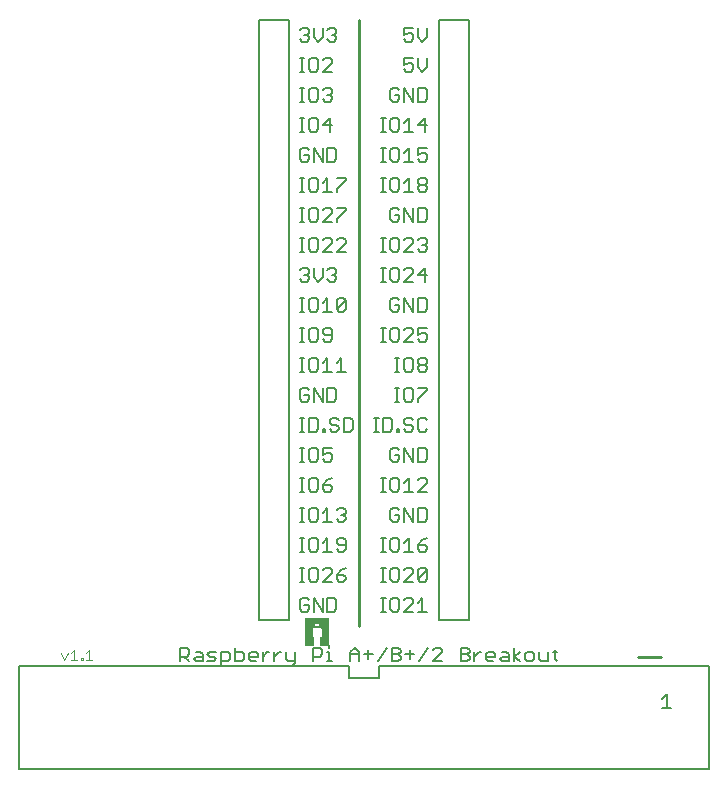
<source format=gto>
G75*
%MOIN*%
%OFA0B0*%
%FSLAX24Y24*%
%IPPOS*%
%LPD*%
%AMOC8*
5,1,8,0,0,1.08239X$1,22.5*
%
%ADD10C,0.0050*%
%ADD11C,0.0100*%
%ADD12C,0.0040*%
%ADD13C,0.0080*%
%ADD14C,0.0010*%
D10*
X005525Y003775D02*
X005525Y004225D01*
X005750Y004225D01*
X005825Y004150D01*
X005825Y004000D01*
X005750Y003925D01*
X005525Y003925D01*
X005675Y003925D02*
X005825Y003775D01*
X005985Y003850D02*
X006060Y003925D01*
X006286Y003925D01*
X006286Y004000D02*
X006286Y003775D01*
X006060Y003775D01*
X005985Y003850D01*
X006060Y004075D02*
X006211Y004075D01*
X006286Y004000D01*
X006446Y004000D02*
X006521Y004075D01*
X006746Y004075D01*
X006906Y004075D02*
X007131Y004075D01*
X007206Y004000D01*
X007206Y003850D01*
X007131Y003775D01*
X006906Y003775D01*
X006906Y003625D02*
X006906Y004075D01*
X006746Y003850D02*
X006671Y003925D01*
X006521Y003925D01*
X006446Y004000D01*
X006446Y003775D02*
X006671Y003775D01*
X006746Y003850D01*
X007367Y003775D02*
X007592Y003775D01*
X007667Y003850D01*
X007667Y004000D01*
X007592Y004075D01*
X007367Y004075D01*
X007367Y004225D02*
X007367Y003775D01*
X007827Y003850D02*
X007902Y003775D01*
X008052Y003775D01*
X008127Y003925D02*
X007827Y003925D01*
X007827Y003850D02*
X007827Y004000D01*
X007902Y004075D01*
X008052Y004075D01*
X008127Y004000D01*
X008127Y003925D01*
X008287Y003925D02*
X008437Y004075D01*
X008513Y004075D01*
X008671Y004075D02*
X008671Y003775D01*
X008671Y003925D02*
X008821Y004075D01*
X008896Y004075D01*
X009055Y004075D02*
X009055Y003850D01*
X009130Y003775D01*
X009355Y003775D01*
X009355Y003700D02*
X009280Y003625D01*
X009205Y003625D01*
X009355Y003700D02*
X009355Y004075D01*
X009975Y003925D02*
X010201Y003925D01*
X010276Y004000D01*
X010276Y004150D01*
X010201Y004225D01*
X009975Y004225D01*
X009975Y003775D01*
X010436Y003775D02*
X010586Y003775D01*
X010511Y003775D02*
X010511Y004075D01*
X010436Y004075D01*
X010511Y004225D02*
X010511Y004300D01*
X011203Y004075D02*
X011203Y003775D01*
X011203Y004000D02*
X011503Y004000D01*
X011503Y004075D02*
X011353Y004225D01*
X011203Y004075D01*
X011503Y004075D02*
X011503Y003775D01*
X011664Y004000D02*
X011964Y004000D01*
X011814Y004150D02*
X011814Y003850D01*
X012124Y003775D02*
X012424Y004225D01*
X012584Y004225D02*
X012810Y004225D01*
X012885Y004150D01*
X012885Y004075D01*
X012810Y004000D01*
X012584Y004000D01*
X012584Y003775D02*
X012810Y003775D01*
X012885Y003850D01*
X012885Y003925D01*
X012810Y004000D01*
X013045Y004000D02*
X013345Y004000D01*
X013195Y004150D02*
X013195Y003850D01*
X013505Y003775D02*
X013805Y004225D01*
X013966Y004150D02*
X014041Y004225D01*
X014191Y004225D01*
X014266Y004150D01*
X014266Y004075D01*
X013966Y003775D01*
X014266Y003775D01*
X014886Y003775D02*
X014886Y004225D01*
X015112Y004225D01*
X015187Y004150D01*
X015187Y004075D01*
X015112Y004000D01*
X014886Y004000D01*
X014886Y003775D02*
X015112Y003775D01*
X015187Y003850D01*
X015187Y003925D01*
X015112Y004000D01*
X015347Y003925D02*
X015497Y004075D01*
X015572Y004075D01*
X015730Y004000D02*
X015805Y004075D01*
X015956Y004075D01*
X016031Y004000D01*
X016031Y003925D01*
X015730Y003925D01*
X015730Y003850D02*
X015730Y004000D01*
X015730Y003850D02*
X015805Y003775D01*
X015956Y003775D01*
X016191Y003850D02*
X016266Y003925D01*
X016491Y003925D01*
X016491Y004000D02*
X016491Y003775D01*
X016266Y003775D01*
X016191Y003850D01*
X016266Y004075D02*
X016416Y004075D01*
X016491Y004000D01*
X016651Y003925D02*
X016876Y004075D01*
X017035Y004000D02*
X017035Y003850D01*
X017110Y003775D01*
X017260Y003775D01*
X017335Y003850D01*
X017335Y004000D01*
X017260Y004075D01*
X017110Y004075D01*
X017035Y004000D01*
X016876Y003775D02*
X016651Y003925D01*
X016651Y003775D02*
X016651Y004225D01*
X017495Y004075D02*
X017495Y003850D01*
X017570Y003775D01*
X017795Y003775D01*
X017795Y004075D01*
X017956Y004075D02*
X018106Y004075D01*
X018031Y004150D02*
X018031Y003850D01*
X018106Y003775D01*
X015347Y003775D02*
X015347Y004075D01*
X013765Y005425D02*
X013465Y005425D01*
X013615Y005425D02*
X013615Y005875D01*
X013465Y005725D01*
X013304Y005725D02*
X013304Y005800D01*
X013229Y005875D01*
X013079Y005875D01*
X013004Y005800D01*
X012844Y005800D02*
X012769Y005875D01*
X012619Y005875D01*
X012544Y005800D01*
X012544Y005500D01*
X012619Y005425D01*
X012769Y005425D01*
X012844Y005500D01*
X012844Y005800D01*
X013004Y005425D02*
X013304Y005725D01*
X013304Y005425D02*
X013004Y005425D01*
X012387Y005425D02*
X012237Y005425D01*
X012312Y005425D02*
X012312Y005875D01*
X012237Y005875D02*
X012387Y005875D01*
X012387Y006425D02*
X012237Y006425D01*
X012312Y006425D02*
X012312Y006875D01*
X012237Y006875D02*
X012387Y006875D01*
X012544Y006800D02*
X012544Y006500D01*
X012619Y006425D01*
X012769Y006425D01*
X012844Y006500D01*
X012844Y006800D01*
X012769Y006875D01*
X012619Y006875D01*
X012544Y006800D01*
X013004Y006800D02*
X013079Y006875D01*
X013229Y006875D01*
X013304Y006800D01*
X013304Y006725D01*
X013004Y006425D01*
X013304Y006425D01*
X013465Y006500D02*
X013765Y006800D01*
X013765Y006500D01*
X013690Y006425D01*
X013540Y006425D01*
X013465Y006500D01*
X013465Y006800D01*
X013540Y006875D01*
X013690Y006875D01*
X013765Y006800D01*
X013690Y007425D02*
X013765Y007500D01*
X013765Y007575D01*
X013690Y007650D01*
X013465Y007650D01*
X013465Y007500D01*
X013540Y007425D01*
X013690Y007425D01*
X013465Y007650D02*
X013615Y007800D01*
X013765Y007875D01*
X013690Y008425D02*
X013465Y008425D01*
X013465Y008875D01*
X013690Y008875D01*
X013765Y008800D01*
X013765Y008500D01*
X013690Y008425D01*
X013304Y008425D02*
X013304Y008875D01*
X013004Y008875D02*
X013004Y008425D01*
X012844Y008500D02*
X012844Y008650D01*
X012694Y008650D01*
X012844Y008500D02*
X012769Y008425D01*
X012619Y008425D01*
X012544Y008500D01*
X012544Y008800D01*
X012619Y008875D01*
X012769Y008875D01*
X012844Y008800D01*
X013004Y008875D02*
X013304Y008425D01*
X013154Y007875D02*
X013154Y007425D01*
X013004Y007425D02*
X013304Y007425D01*
X013004Y007725D02*
X013154Y007875D01*
X012844Y007800D02*
X012769Y007875D01*
X012619Y007875D01*
X012544Y007800D01*
X012544Y007500D01*
X012619Y007425D01*
X012769Y007425D01*
X012844Y007500D01*
X012844Y007800D01*
X012387Y007875D02*
X012237Y007875D01*
X012312Y007875D02*
X012312Y007425D01*
X012237Y007425D02*
X012387Y007425D01*
X011053Y007500D02*
X011053Y007800D01*
X010978Y007875D01*
X010828Y007875D01*
X010753Y007800D01*
X010753Y007725D01*
X010828Y007650D01*
X011053Y007650D01*
X011053Y007500D02*
X010978Y007425D01*
X010828Y007425D01*
X010753Y007500D01*
X010593Y007425D02*
X010292Y007425D01*
X010442Y007425D02*
X010442Y007875D01*
X010292Y007725D01*
X010132Y007800D02*
X010132Y007500D01*
X010057Y007425D01*
X009907Y007425D01*
X009832Y007500D01*
X009832Y007800D01*
X009907Y007875D01*
X010057Y007875D01*
X010132Y007800D01*
X009675Y007875D02*
X009525Y007875D01*
X009600Y007875D02*
X009600Y007425D01*
X009525Y007425D02*
X009675Y007425D01*
X009675Y006875D02*
X009525Y006875D01*
X009600Y006875D02*
X009600Y006425D01*
X009525Y006425D02*
X009675Y006425D01*
X009832Y006500D02*
X009832Y006800D01*
X009907Y006875D01*
X010057Y006875D01*
X010132Y006800D01*
X010132Y006500D01*
X010057Y006425D01*
X009907Y006425D01*
X009832Y006500D01*
X010292Y006425D02*
X010593Y006725D01*
X010593Y006800D01*
X010518Y006875D01*
X010367Y006875D01*
X010292Y006800D01*
X010292Y006425D02*
X010593Y006425D01*
X010753Y006500D02*
X010753Y006650D01*
X010978Y006650D01*
X011053Y006575D01*
X011053Y006500D01*
X010978Y006425D01*
X010828Y006425D01*
X010753Y006500D01*
X010753Y006650D02*
X010903Y006800D01*
X011053Y006875D01*
X010671Y005875D02*
X010446Y005875D01*
X010446Y005425D01*
X010671Y005425D01*
X010746Y005500D01*
X010746Y005800D01*
X010671Y005875D01*
X010286Y005875D02*
X010286Y005425D01*
X009985Y005875D01*
X009985Y005425D01*
X009825Y005500D02*
X009825Y005650D01*
X009675Y005650D01*
X009525Y005500D02*
X009600Y005425D01*
X009750Y005425D01*
X009825Y005500D01*
X009825Y005800D02*
X009750Y005875D01*
X009600Y005875D01*
X009525Y005800D01*
X009525Y005500D01*
X008287Y004075D02*
X008287Y003775D01*
X012584Y003775D02*
X012584Y004225D01*
X010978Y008425D02*
X010828Y008425D01*
X010753Y008500D01*
X010593Y008425D02*
X010292Y008425D01*
X010442Y008425D02*
X010442Y008875D01*
X010292Y008725D01*
X010132Y008800D02*
X010132Y008500D01*
X010057Y008425D01*
X009907Y008425D01*
X009832Y008500D01*
X009832Y008800D01*
X009907Y008875D01*
X010057Y008875D01*
X010132Y008800D01*
X009675Y008875D02*
X009525Y008875D01*
X009600Y008875D02*
X009600Y008425D01*
X009525Y008425D02*
X009675Y008425D01*
X009675Y009425D02*
X009525Y009425D01*
X009600Y009425D02*
X009600Y009875D01*
X009525Y009875D02*
X009675Y009875D01*
X009832Y009800D02*
X009832Y009500D01*
X009907Y009425D01*
X010057Y009425D01*
X010132Y009500D01*
X010132Y009800D01*
X010057Y009875D01*
X009907Y009875D01*
X009832Y009800D01*
X010292Y009650D02*
X010292Y009500D01*
X010367Y009425D01*
X010518Y009425D01*
X010593Y009500D01*
X010593Y009575D01*
X010518Y009650D01*
X010292Y009650D01*
X010442Y009800D01*
X010593Y009875D01*
X010518Y010425D02*
X010367Y010425D01*
X010292Y010500D01*
X010292Y010650D02*
X010442Y010725D01*
X010518Y010725D01*
X010593Y010650D01*
X010593Y010500D01*
X010518Y010425D01*
X010292Y010650D02*
X010292Y010875D01*
X010593Y010875D01*
X010132Y010800D02*
X010132Y010500D01*
X010057Y010425D01*
X009907Y010425D01*
X009832Y010500D01*
X009832Y010800D01*
X009907Y010875D01*
X010057Y010875D01*
X010132Y010800D01*
X009675Y010875D02*
X009525Y010875D01*
X009600Y010875D02*
X009600Y010425D01*
X009525Y010425D02*
X009675Y010425D01*
X009675Y011425D02*
X009525Y011425D01*
X009600Y011425D02*
X009600Y011875D01*
X009525Y011875D02*
X009675Y011875D01*
X009832Y011875D02*
X009832Y011425D01*
X010057Y011425D01*
X010132Y011500D01*
X010132Y011800D01*
X010057Y011875D01*
X009832Y011875D01*
X010292Y011500D02*
X010367Y011500D01*
X010367Y011425D01*
X010292Y011425D01*
X010292Y011500D01*
X010523Y011500D02*
X010598Y011425D01*
X010748Y011425D01*
X010823Y011500D01*
X010823Y011575D01*
X010748Y011650D01*
X010598Y011650D01*
X010523Y011725D01*
X010523Y011800D01*
X010598Y011875D01*
X010748Y011875D01*
X010823Y011800D01*
X010983Y011875D02*
X010983Y011425D01*
X011208Y011425D01*
X011283Y011500D01*
X011283Y011800D01*
X011208Y011875D01*
X010983Y011875D01*
X010671Y012425D02*
X010446Y012425D01*
X010446Y012875D01*
X010671Y012875D01*
X010746Y012800D01*
X010746Y012500D01*
X010671Y012425D01*
X010286Y012425D02*
X010286Y012875D01*
X009985Y012875D02*
X010286Y012425D01*
X009985Y012425D02*
X009985Y012875D01*
X009825Y012800D02*
X009750Y012875D01*
X009600Y012875D01*
X009525Y012800D01*
X009525Y012500D01*
X009600Y012425D01*
X009750Y012425D01*
X009825Y012500D01*
X009825Y012650D01*
X009675Y012650D01*
X009675Y013425D02*
X009525Y013425D01*
X009600Y013425D02*
X009600Y013875D01*
X009525Y013875D02*
X009675Y013875D01*
X009832Y013800D02*
X009832Y013500D01*
X009907Y013425D01*
X010057Y013425D01*
X010132Y013500D01*
X010132Y013800D01*
X010057Y013875D01*
X009907Y013875D01*
X009832Y013800D01*
X010292Y013725D02*
X010442Y013875D01*
X010442Y013425D01*
X010292Y013425D02*
X010593Y013425D01*
X010753Y013425D02*
X011053Y013425D01*
X010903Y013425D02*
X010903Y013875D01*
X010753Y013725D01*
X010518Y014425D02*
X010367Y014425D01*
X010292Y014500D01*
X010132Y014500D02*
X010132Y014800D01*
X010057Y014875D01*
X009907Y014875D01*
X009832Y014800D01*
X009832Y014500D01*
X009907Y014425D01*
X010057Y014425D01*
X010132Y014500D01*
X010292Y014725D02*
X010367Y014650D01*
X010593Y014650D01*
X010593Y014500D02*
X010593Y014800D01*
X010518Y014875D01*
X010367Y014875D01*
X010292Y014800D01*
X010292Y014725D01*
X010518Y014425D02*
X010593Y014500D01*
X010593Y015425D02*
X010292Y015425D01*
X010442Y015425D02*
X010442Y015875D01*
X010292Y015725D01*
X010132Y015800D02*
X010132Y015500D01*
X010057Y015425D01*
X009907Y015425D01*
X009832Y015500D01*
X009832Y015800D01*
X009907Y015875D01*
X010057Y015875D01*
X010132Y015800D01*
X009675Y015875D02*
X009525Y015875D01*
X009600Y015875D02*
X009600Y015425D01*
X009525Y015425D02*
X009675Y015425D01*
X009675Y014875D02*
X009525Y014875D01*
X009600Y014875D02*
X009600Y014425D01*
X009525Y014425D02*
X009675Y014425D01*
X010753Y015500D02*
X010753Y015800D01*
X010828Y015875D01*
X010978Y015875D01*
X011053Y015800D01*
X010753Y015500D01*
X010828Y015425D01*
X010978Y015425D01*
X011053Y015500D01*
X011053Y015800D01*
X010671Y016425D02*
X010521Y016425D01*
X010446Y016500D01*
X010286Y016575D02*
X010286Y016875D01*
X010446Y016800D02*
X010521Y016875D01*
X010671Y016875D01*
X010746Y016800D01*
X010746Y016725D01*
X010671Y016650D01*
X010746Y016575D01*
X010746Y016500D01*
X010671Y016425D01*
X010671Y016650D02*
X010596Y016650D01*
X010286Y016575D02*
X010136Y016425D01*
X009985Y016575D01*
X009985Y016875D01*
X009825Y016800D02*
X009825Y016725D01*
X009750Y016650D01*
X009825Y016575D01*
X009825Y016500D01*
X009750Y016425D01*
X009600Y016425D01*
X009525Y016500D01*
X009675Y016650D02*
X009750Y016650D01*
X009825Y016800D02*
X009750Y016875D01*
X009600Y016875D01*
X009525Y016800D01*
X009525Y017425D02*
X009675Y017425D01*
X009600Y017425D02*
X009600Y017875D01*
X009525Y017875D02*
X009675Y017875D01*
X009832Y017800D02*
X009832Y017500D01*
X009907Y017425D01*
X010057Y017425D01*
X010132Y017500D01*
X010132Y017800D01*
X010057Y017875D01*
X009907Y017875D01*
X009832Y017800D01*
X010292Y017800D02*
X010367Y017875D01*
X010518Y017875D01*
X010593Y017800D01*
X010593Y017725D01*
X010292Y017425D01*
X010593Y017425D01*
X010753Y017425D02*
X011053Y017725D01*
X011053Y017800D01*
X010978Y017875D01*
X010828Y017875D01*
X010753Y017800D01*
X010753Y017425D02*
X011053Y017425D01*
X010753Y018425D02*
X010753Y018500D01*
X011053Y018800D01*
X011053Y018875D01*
X010753Y018875D01*
X010593Y018800D02*
X010518Y018875D01*
X010367Y018875D01*
X010292Y018800D01*
X010132Y018800D02*
X010132Y018500D01*
X010057Y018425D01*
X009907Y018425D01*
X009832Y018500D01*
X009832Y018800D01*
X009907Y018875D01*
X010057Y018875D01*
X010132Y018800D01*
X010292Y018425D02*
X010593Y018725D01*
X010593Y018800D01*
X010593Y018425D02*
X010292Y018425D01*
X009675Y018425D02*
X009525Y018425D01*
X009600Y018425D02*
X009600Y018875D01*
X009525Y018875D02*
X009675Y018875D01*
X009675Y019425D02*
X009525Y019425D01*
X009600Y019425D02*
X009600Y019875D01*
X009525Y019875D02*
X009675Y019875D01*
X009832Y019800D02*
X009832Y019500D01*
X009907Y019425D01*
X010057Y019425D01*
X010132Y019500D01*
X010132Y019800D01*
X010057Y019875D01*
X009907Y019875D01*
X009832Y019800D01*
X010292Y019725D02*
X010442Y019875D01*
X010442Y019425D01*
X010292Y019425D02*
X010593Y019425D01*
X010753Y019425D02*
X010753Y019500D01*
X011053Y019800D01*
X011053Y019875D01*
X010753Y019875D01*
X010671Y020425D02*
X010446Y020425D01*
X010446Y020875D01*
X010671Y020875D01*
X010746Y020800D01*
X010746Y020500D01*
X010671Y020425D01*
X010286Y020425D02*
X010286Y020875D01*
X009985Y020875D02*
X009985Y020425D01*
X009825Y020500D02*
X009825Y020650D01*
X009675Y020650D01*
X009525Y020800D02*
X009525Y020500D01*
X009600Y020425D01*
X009750Y020425D01*
X009825Y020500D01*
X009825Y020800D02*
X009750Y020875D01*
X009600Y020875D01*
X009525Y020800D01*
X009985Y020875D02*
X010286Y020425D01*
X010057Y021425D02*
X009907Y021425D01*
X009832Y021500D01*
X009832Y021800D01*
X009907Y021875D01*
X010057Y021875D01*
X010132Y021800D01*
X010132Y021500D01*
X010057Y021425D01*
X010292Y021650D02*
X010593Y021650D01*
X010518Y021425D02*
X010518Y021875D01*
X010292Y021650D01*
X009675Y021425D02*
X009525Y021425D01*
X009600Y021425D02*
X009600Y021875D01*
X009525Y021875D02*
X009675Y021875D01*
X009675Y022425D02*
X009525Y022425D01*
X009600Y022425D02*
X009600Y022875D01*
X009525Y022875D02*
X009675Y022875D01*
X009832Y022800D02*
X009832Y022500D01*
X009907Y022425D01*
X010057Y022425D01*
X010132Y022500D01*
X010132Y022800D01*
X010057Y022875D01*
X009907Y022875D01*
X009832Y022800D01*
X010292Y022800D02*
X010367Y022875D01*
X010518Y022875D01*
X010593Y022800D01*
X010593Y022725D01*
X010518Y022650D01*
X010593Y022575D01*
X010593Y022500D01*
X010518Y022425D01*
X010367Y022425D01*
X010292Y022500D01*
X010442Y022650D02*
X010518Y022650D01*
X010593Y023425D02*
X010292Y023425D01*
X010593Y023725D01*
X010593Y023800D01*
X010518Y023875D01*
X010367Y023875D01*
X010292Y023800D01*
X010132Y023800D02*
X010057Y023875D01*
X009907Y023875D01*
X009832Y023800D01*
X009832Y023500D01*
X009907Y023425D01*
X010057Y023425D01*
X010132Y023500D01*
X010132Y023800D01*
X009675Y023875D02*
X009525Y023875D01*
X009600Y023875D02*
X009600Y023425D01*
X009525Y023425D02*
X009675Y023425D01*
X009600Y024425D02*
X009525Y024500D01*
X009600Y024425D02*
X009750Y024425D01*
X009825Y024500D01*
X009825Y024575D01*
X009750Y024650D01*
X009675Y024650D01*
X009750Y024650D02*
X009825Y024725D01*
X009825Y024800D01*
X009750Y024875D01*
X009600Y024875D01*
X009525Y024800D01*
X009985Y024875D02*
X009985Y024575D01*
X010136Y024425D01*
X010286Y024575D01*
X010286Y024875D01*
X010446Y024800D02*
X010521Y024875D01*
X010671Y024875D01*
X010746Y024800D01*
X010746Y024725D01*
X010671Y024650D01*
X010746Y024575D01*
X010746Y024500D01*
X010671Y024425D01*
X010521Y024425D01*
X010446Y024500D01*
X010596Y024650D02*
X010671Y024650D01*
X012544Y022800D02*
X012544Y022500D01*
X012619Y022425D01*
X012769Y022425D01*
X012844Y022500D01*
X012844Y022650D01*
X012694Y022650D01*
X012844Y022800D02*
X012769Y022875D01*
X012619Y022875D01*
X012544Y022800D01*
X013004Y022875D02*
X013004Y022425D01*
X013304Y022425D02*
X013004Y022875D01*
X013304Y022875D02*
X013304Y022425D01*
X013465Y022425D02*
X013690Y022425D01*
X013765Y022500D01*
X013765Y022800D01*
X013690Y022875D01*
X013465Y022875D01*
X013465Y022425D01*
X013690Y021875D02*
X013465Y021650D01*
X013765Y021650D01*
X013690Y021425D02*
X013690Y021875D01*
X013154Y021875D02*
X013154Y021425D01*
X013004Y021425D02*
X013304Y021425D01*
X013004Y021725D02*
X013154Y021875D01*
X012844Y021800D02*
X012769Y021875D01*
X012619Y021875D01*
X012544Y021800D01*
X012544Y021500D01*
X012619Y021425D01*
X012769Y021425D01*
X012844Y021500D01*
X012844Y021800D01*
X012387Y021875D02*
X012237Y021875D01*
X012312Y021875D02*
X012312Y021425D01*
X012237Y021425D02*
X012387Y021425D01*
X012387Y020875D02*
X012237Y020875D01*
X012312Y020875D02*
X012312Y020425D01*
X012237Y020425D02*
X012387Y020425D01*
X012544Y020500D02*
X012619Y020425D01*
X012769Y020425D01*
X012844Y020500D01*
X012844Y020800D01*
X012769Y020875D01*
X012619Y020875D01*
X012544Y020800D01*
X012544Y020500D01*
X013004Y020425D02*
X013304Y020425D01*
X013154Y020425D02*
X013154Y020875D01*
X013004Y020725D01*
X013465Y020650D02*
X013615Y020725D01*
X013690Y020725D01*
X013765Y020650D01*
X013765Y020500D01*
X013690Y020425D01*
X013540Y020425D01*
X013465Y020500D01*
X013465Y020650D02*
X013465Y020875D01*
X013765Y020875D01*
X013690Y019875D02*
X013765Y019800D01*
X013765Y019725D01*
X013690Y019650D01*
X013540Y019650D01*
X013465Y019725D01*
X013465Y019800D01*
X013540Y019875D01*
X013690Y019875D01*
X013690Y019650D02*
X013765Y019575D01*
X013765Y019500D01*
X013690Y019425D01*
X013540Y019425D01*
X013465Y019500D01*
X013465Y019575D01*
X013540Y019650D01*
X013304Y019425D02*
X013004Y019425D01*
X013154Y019425D02*
X013154Y019875D01*
X013004Y019725D01*
X012844Y019800D02*
X012844Y019500D01*
X012769Y019425D01*
X012619Y019425D01*
X012544Y019500D01*
X012544Y019800D01*
X012619Y019875D01*
X012769Y019875D01*
X012844Y019800D01*
X012387Y019875D02*
X012237Y019875D01*
X012312Y019875D02*
X012312Y019425D01*
X012237Y019425D02*
X012387Y019425D01*
X012619Y018875D02*
X012544Y018800D01*
X012544Y018500D01*
X012619Y018425D01*
X012769Y018425D01*
X012844Y018500D01*
X012844Y018650D01*
X012694Y018650D01*
X012844Y018800D02*
X012769Y018875D01*
X012619Y018875D01*
X013004Y018875D02*
X013304Y018425D01*
X013304Y018875D01*
X013465Y018875D02*
X013690Y018875D01*
X013765Y018800D01*
X013765Y018500D01*
X013690Y018425D01*
X013465Y018425D01*
X013465Y018875D01*
X013004Y018875D02*
X013004Y018425D01*
X013079Y017875D02*
X013004Y017800D01*
X013079Y017875D02*
X013229Y017875D01*
X013304Y017800D01*
X013304Y017725D01*
X013004Y017425D01*
X013304Y017425D01*
X013465Y017500D02*
X013540Y017425D01*
X013690Y017425D01*
X013765Y017500D01*
X013765Y017575D01*
X013690Y017650D01*
X013615Y017650D01*
X013690Y017650D02*
X013765Y017725D01*
X013765Y017800D01*
X013690Y017875D01*
X013540Y017875D01*
X013465Y017800D01*
X012844Y017800D02*
X012844Y017500D01*
X012769Y017425D01*
X012619Y017425D01*
X012544Y017500D01*
X012544Y017800D01*
X012619Y017875D01*
X012769Y017875D01*
X012844Y017800D01*
X012387Y017875D02*
X012237Y017875D01*
X012312Y017875D02*
X012312Y017425D01*
X012237Y017425D02*
X012387Y017425D01*
X012387Y016875D02*
X012237Y016875D01*
X012312Y016875D02*
X012312Y016425D01*
X012237Y016425D02*
X012387Y016425D01*
X012544Y016500D02*
X012619Y016425D01*
X012769Y016425D01*
X012844Y016500D01*
X012844Y016800D01*
X012769Y016875D01*
X012619Y016875D01*
X012544Y016800D01*
X012544Y016500D01*
X013004Y016425D02*
X013304Y016725D01*
X013304Y016800D01*
X013229Y016875D01*
X013079Y016875D01*
X013004Y016800D01*
X013004Y016425D02*
X013304Y016425D01*
X013465Y016650D02*
X013765Y016650D01*
X013690Y016425D02*
X013690Y016875D01*
X013465Y016650D01*
X013465Y015875D02*
X013690Y015875D01*
X013765Y015800D01*
X013765Y015500D01*
X013690Y015425D01*
X013465Y015425D01*
X013465Y015875D01*
X013304Y015875D02*
X013304Y015425D01*
X013004Y015875D01*
X013004Y015425D01*
X012844Y015500D02*
X012844Y015650D01*
X012694Y015650D01*
X012844Y015500D02*
X012769Y015425D01*
X012619Y015425D01*
X012544Y015500D01*
X012544Y015800D01*
X012619Y015875D01*
X012769Y015875D01*
X012844Y015800D01*
X012769Y014875D02*
X012844Y014800D01*
X012844Y014500D01*
X012769Y014425D01*
X012619Y014425D01*
X012544Y014500D01*
X012544Y014800D01*
X012619Y014875D01*
X012769Y014875D01*
X013004Y014800D02*
X013079Y014875D01*
X013229Y014875D01*
X013304Y014800D01*
X013304Y014725D01*
X013004Y014425D01*
X013304Y014425D01*
X013465Y014500D02*
X013540Y014425D01*
X013690Y014425D01*
X013765Y014500D01*
X013765Y014650D01*
X013690Y014725D01*
X013615Y014725D01*
X013465Y014650D01*
X013465Y014875D01*
X013765Y014875D01*
X013690Y013875D02*
X013765Y013800D01*
X013765Y013725D01*
X013690Y013650D01*
X013540Y013650D01*
X013465Y013725D01*
X013465Y013800D01*
X013540Y013875D01*
X013690Y013875D01*
X013690Y013650D02*
X013765Y013575D01*
X013765Y013500D01*
X013690Y013425D01*
X013540Y013425D01*
X013465Y013500D01*
X013465Y013575D01*
X013540Y013650D01*
X013304Y013500D02*
X013304Y013800D01*
X013229Y013875D01*
X013079Y013875D01*
X013004Y013800D01*
X013004Y013500D01*
X013079Y013425D01*
X013229Y013425D01*
X013304Y013500D01*
X012847Y013425D02*
X012697Y013425D01*
X012772Y013425D02*
X012772Y013875D01*
X012697Y013875D02*
X012847Y013875D01*
X012387Y014425D02*
X012237Y014425D01*
X012312Y014425D02*
X012312Y014875D01*
X012237Y014875D02*
X012387Y014875D01*
X012697Y012875D02*
X012847Y012875D01*
X012772Y012875D02*
X012772Y012425D01*
X012697Y012425D02*
X012847Y012425D01*
X013004Y012500D02*
X013079Y012425D01*
X013229Y012425D01*
X013304Y012500D01*
X013304Y012800D01*
X013229Y012875D01*
X013079Y012875D01*
X013004Y012800D01*
X013004Y012500D01*
X013465Y012500D02*
X013465Y012425D01*
X013465Y012500D02*
X013765Y012800D01*
X013765Y012875D01*
X013465Y012875D01*
X013540Y011875D02*
X013465Y011800D01*
X013465Y011500D01*
X013540Y011425D01*
X013690Y011425D01*
X013765Y011500D01*
X013765Y011800D02*
X013690Y011875D01*
X013540Y011875D01*
X013304Y011800D02*
X013229Y011875D01*
X013079Y011875D01*
X013004Y011800D01*
X013004Y011725D01*
X013079Y011650D01*
X013229Y011650D01*
X013304Y011575D01*
X013304Y011500D01*
X013229Y011425D01*
X013079Y011425D01*
X013004Y011500D01*
X012849Y011500D02*
X012849Y011425D01*
X012774Y011425D01*
X012774Y011500D01*
X012849Y011500D01*
X012614Y011500D02*
X012614Y011800D01*
X012539Y011875D01*
X012314Y011875D01*
X012314Y011425D01*
X012539Y011425D01*
X012614Y011500D01*
X012157Y011425D02*
X012007Y011425D01*
X012082Y011425D02*
X012082Y011875D01*
X012007Y011875D02*
X012157Y011875D01*
X012619Y010875D02*
X012544Y010800D01*
X012544Y010500D01*
X012619Y010425D01*
X012769Y010425D01*
X012844Y010500D01*
X012844Y010650D01*
X012694Y010650D01*
X012844Y010800D02*
X012769Y010875D01*
X012619Y010875D01*
X013004Y010875D02*
X013004Y010425D01*
X013304Y010425D02*
X013004Y010875D01*
X013304Y010875D02*
X013304Y010425D01*
X013465Y010425D02*
X013690Y010425D01*
X013765Y010500D01*
X013765Y010800D01*
X013690Y010875D01*
X013465Y010875D01*
X013465Y010425D01*
X013540Y009875D02*
X013465Y009800D01*
X013540Y009875D02*
X013690Y009875D01*
X013765Y009800D01*
X013765Y009725D01*
X013465Y009425D01*
X013765Y009425D01*
X013304Y009425D02*
X013004Y009425D01*
X013154Y009425D02*
X013154Y009875D01*
X013004Y009725D01*
X012844Y009800D02*
X012769Y009875D01*
X012619Y009875D01*
X012544Y009800D01*
X012544Y009500D01*
X012619Y009425D01*
X012769Y009425D01*
X012844Y009500D01*
X012844Y009800D01*
X012387Y009875D02*
X012237Y009875D01*
X012312Y009875D02*
X012312Y009425D01*
X012237Y009425D02*
X012387Y009425D01*
X011053Y008800D02*
X011053Y008725D01*
X010978Y008650D01*
X011053Y008575D01*
X011053Y008500D01*
X010978Y008425D01*
X010978Y008650D02*
X010903Y008650D01*
X011053Y008800D02*
X010978Y008875D01*
X010828Y008875D01*
X010753Y008800D01*
X021615Y002525D02*
X021765Y002675D01*
X021765Y002225D01*
X021615Y002225D02*
X021915Y002225D01*
X013615Y023425D02*
X013765Y023575D01*
X013765Y023875D01*
X013465Y023875D02*
X013465Y023575D01*
X013615Y023425D01*
X013304Y023500D02*
X013304Y023650D01*
X013229Y023725D01*
X013154Y023725D01*
X013004Y023650D01*
X013004Y023875D01*
X013304Y023875D01*
X013304Y023500D02*
X013229Y023425D01*
X013079Y023425D01*
X013004Y023500D01*
X013079Y024425D02*
X013004Y024500D01*
X013079Y024425D02*
X013229Y024425D01*
X013304Y024500D01*
X013304Y024650D01*
X013229Y024725D01*
X013154Y024725D01*
X013004Y024650D01*
X013004Y024875D01*
X013304Y024875D01*
X013465Y024875D02*
X013465Y024575D01*
X013615Y024425D01*
X013765Y024575D01*
X013765Y024875D01*
D11*
X011500Y025150D02*
X011500Y004950D01*
X020800Y003900D02*
X021550Y003900D01*
D12*
X002612Y003820D02*
X002399Y003820D01*
X002505Y003820D02*
X002505Y004140D01*
X002399Y004034D01*
X002286Y003873D02*
X002286Y003820D01*
X002233Y003820D01*
X002233Y003873D01*
X002286Y003873D01*
X002115Y003820D02*
X001901Y003820D01*
X002008Y003820D02*
X002008Y004140D01*
X001901Y004034D01*
X001784Y004034D02*
X001677Y003820D01*
X001570Y004034D01*
D13*
X000150Y003600D02*
X000150Y000180D01*
X023150Y000180D01*
X023150Y003600D01*
X012150Y003600D01*
X012150Y003200D01*
X011150Y003200D01*
X011150Y003600D01*
X000150Y003600D01*
X008150Y005150D02*
X009150Y005150D01*
X009150Y025150D01*
X008150Y025150D01*
X008150Y005150D01*
X014150Y005150D02*
X015150Y005150D01*
X015150Y025150D01*
X014150Y025150D01*
X014150Y005150D01*
D14*
X010476Y005148D02*
X009700Y005148D01*
X009700Y005140D02*
X010476Y005140D01*
X010476Y005131D02*
X009700Y005131D01*
X009700Y005123D02*
X010476Y005123D01*
X010476Y005114D02*
X009700Y005114D01*
X009700Y005106D02*
X010476Y005106D01*
X010476Y005097D02*
X009700Y005097D01*
X009700Y005089D02*
X010476Y005089D01*
X010476Y005080D02*
X009700Y005080D01*
X009700Y005072D02*
X010476Y005072D01*
X010476Y005063D02*
X009700Y005063D01*
X009700Y005055D02*
X010020Y005055D01*
X010026Y005060D02*
X009998Y005034D01*
X009998Y004942D01*
X009976Y004942D01*
X009976Y004920D01*
X009998Y004920D01*
X010172Y004920D01*
X010172Y004936D01*
X009972Y004936D01*
X009972Y004918D01*
X009924Y004878D01*
X009924Y004596D01*
X009974Y004570D01*
X009974Y004300D01*
X009700Y004300D01*
X009700Y005228D01*
X010476Y005228D01*
X010476Y004298D01*
X010202Y004298D01*
X010202Y004572D01*
X010252Y004596D01*
X010252Y004880D01*
X010204Y004920D01*
X010174Y004920D01*
X010174Y005038D01*
X010152Y005060D01*
X010026Y005060D01*
X010011Y005046D02*
X009700Y005046D01*
X009700Y005038D02*
X010002Y005038D01*
X009998Y005029D02*
X009700Y005029D01*
X009700Y005021D02*
X009998Y005021D01*
X009998Y005012D02*
X009700Y005012D01*
X009700Y005004D02*
X009998Y005004D01*
X009998Y004995D02*
X009700Y004995D01*
X009700Y004987D02*
X009998Y004987D01*
X009998Y004978D02*
X009700Y004978D01*
X009700Y004970D02*
X009998Y004970D01*
X009998Y004961D02*
X009700Y004961D01*
X009700Y004953D02*
X009998Y004953D01*
X009998Y004944D02*
X009700Y004944D01*
X009700Y004936D02*
X009972Y004936D01*
X009976Y004936D02*
X010172Y004936D01*
X010174Y004936D02*
X010476Y004936D01*
X010476Y004944D02*
X010174Y004944D01*
X010174Y004953D02*
X010476Y004953D01*
X010476Y004961D02*
X010174Y004961D01*
X010174Y004970D02*
X010476Y004970D01*
X010476Y004978D02*
X010174Y004978D01*
X010174Y004987D02*
X010476Y004987D01*
X010476Y004995D02*
X010174Y004995D01*
X010174Y005004D02*
X010476Y005004D01*
X010476Y005012D02*
X010174Y005012D01*
X010174Y005021D02*
X010476Y005021D01*
X010476Y005029D02*
X010174Y005029D01*
X010174Y005038D02*
X010476Y005038D01*
X010476Y005046D02*
X010166Y005046D01*
X010157Y005055D02*
X010476Y005055D01*
X010476Y005157D02*
X009700Y005157D01*
X009700Y005165D02*
X010476Y005165D01*
X010476Y005174D02*
X009700Y005174D01*
X009700Y005182D02*
X010476Y005182D01*
X010476Y005191D02*
X009700Y005191D01*
X009700Y005199D02*
X010476Y005199D01*
X010476Y005208D02*
X009700Y005208D01*
X009700Y005216D02*
X010476Y005216D01*
X010476Y005225D02*
X009700Y005225D01*
X009700Y004927D02*
X009972Y004927D01*
X009976Y004927D02*
X010172Y004927D01*
X010174Y004927D02*
X010476Y004927D01*
X010476Y004919D02*
X010206Y004919D01*
X010216Y004910D02*
X010476Y004910D01*
X010476Y004902D02*
X010226Y004902D01*
X010236Y004893D02*
X010476Y004893D01*
X010476Y004885D02*
X010246Y004885D01*
X010252Y004876D02*
X010476Y004876D01*
X010476Y004868D02*
X010252Y004868D01*
X010252Y004859D02*
X010476Y004859D01*
X010476Y004851D02*
X010252Y004851D01*
X010252Y004842D02*
X010476Y004842D01*
X010476Y004834D02*
X010252Y004834D01*
X010252Y004825D02*
X010476Y004825D01*
X010476Y004817D02*
X010252Y004817D01*
X010252Y004808D02*
X010476Y004808D01*
X010476Y004800D02*
X010252Y004800D01*
X010252Y004791D02*
X010476Y004791D01*
X010476Y004783D02*
X010252Y004783D01*
X010252Y004774D02*
X010476Y004774D01*
X010476Y004766D02*
X010252Y004766D01*
X010252Y004757D02*
X010476Y004757D01*
X010476Y004749D02*
X010252Y004749D01*
X010252Y004740D02*
X010476Y004740D01*
X010476Y004732D02*
X010252Y004732D01*
X010252Y004723D02*
X010476Y004723D01*
X010476Y004715D02*
X010252Y004715D01*
X010252Y004706D02*
X010476Y004706D01*
X010476Y004698D02*
X010252Y004698D01*
X010252Y004689D02*
X010476Y004689D01*
X010476Y004681D02*
X010252Y004681D01*
X010252Y004672D02*
X010476Y004672D01*
X010476Y004664D02*
X010252Y004664D01*
X010252Y004655D02*
X010476Y004655D01*
X010476Y004647D02*
X010252Y004647D01*
X010252Y004638D02*
X010476Y004638D01*
X010476Y004630D02*
X010252Y004630D01*
X010252Y004621D02*
X010476Y004621D01*
X010476Y004613D02*
X010252Y004613D01*
X010252Y004604D02*
X010476Y004604D01*
X010476Y004596D02*
X010251Y004596D01*
X010234Y004587D02*
X010476Y004587D01*
X010476Y004579D02*
X010216Y004579D01*
X010202Y004570D02*
X010476Y004570D01*
X010476Y004562D02*
X010202Y004562D01*
X010202Y004553D02*
X010476Y004553D01*
X010476Y004545D02*
X010202Y004545D01*
X010202Y004536D02*
X010476Y004536D01*
X010476Y004528D02*
X010202Y004528D01*
X010202Y004519D02*
X010476Y004519D01*
X010476Y004511D02*
X010202Y004511D01*
X010202Y004502D02*
X010476Y004502D01*
X010476Y004494D02*
X010202Y004494D01*
X010202Y004485D02*
X010476Y004485D01*
X010476Y004477D02*
X010202Y004477D01*
X010202Y004468D02*
X010476Y004468D01*
X010476Y004460D02*
X010202Y004460D01*
X010202Y004451D02*
X010476Y004451D01*
X010476Y004443D02*
X010202Y004443D01*
X010202Y004434D02*
X010476Y004434D01*
X010476Y004426D02*
X010202Y004426D01*
X010202Y004417D02*
X010476Y004417D01*
X010476Y004409D02*
X010202Y004409D01*
X010202Y004400D02*
X010476Y004400D01*
X010476Y004392D02*
X010202Y004392D01*
X010202Y004383D02*
X010476Y004383D01*
X010476Y004375D02*
X010202Y004375D01*
X010202Y004366D02*
X010476Y004366D01*
X010476Y004358D02*
X010202Y004358D01*
X010202Y004349D02*
X010476Y004349D01*
X010476Y004341D02*
X010202Y004341D01*
X010202Y004332D02*
X010476Y004332D01*
X010476Y004324D02*
X010202Y004324D01*
X010202Y004315D02*
X010476Y004315D01*
X010476Y004307D02*
X010202Y004307D01*
X010202Y004298D02*
X010476Y004298D01*
X009974Y004307D02*
X009700Y004307D01*
X009700Y004315D02*
X009974Y004315D01*
X009974Y004324D02*
X009700Y004324D01*
X009700Y004332D02*
X009974Y004332D01*
X009974Y004341D02*
X009700Y004341D01*
X009700Y004349D02*
X009974Y004349D01*
X009974Y004358D02*
X009700Y004358D01*
X009700Y004366D02*
X009974Y004366D01*
X009974Y004375D02*
X009700Y004375D01*
X009700Y004383D02*
X009974Y004383D01*
X009974Y004392D02*
X009700Y004392D01*
X009700Y004400D02*
X009974Y004400D01*
X009974Y004409D02*
X009700Y004409D01*
X009700Y004417D02*
X009974Y004417D01*
X009974Y004426D02*
X009700Y004426D01*
X009700Y004434D02*
X009974Y004434D01*
X009974Y004443D02*
X009700Y004443D01*
X009700Y004451D02*
X009974Y004451D01*
X009974Y004460D02*
X009700Y004460D01*
X009700Y004468D02*
X009974Y004468D01*
X009974Y004477D02*
X009700Y004477D01*
X009700Y004485D02*
X009974Y004485D01*
X009974Y004494D02*
X009700Y004494D01*
X009700Y004502D02*
X009974Y004502D01*
X009974Y004511D02*
X009700Y004511D01*
X009700Y004519D02*
X009974Y004519D01*
X009974Y004528D02*
X009700Y004528D01*
X009700Y004536D02*
X009974Y004536D01*
X009974Y004545D02*
X009700Y004545D01*
X009700Y004553D02*
X009974Y004553D01*
X009974Y004562D02*
X009700Y004562D01*
X009700Y004570D02*
X009974Y004570D01*
X009957Y004579D02*
X009700Y004579D01*
X009700Y004587D02*
X009941Y004587D01*
X009925Y004596D02*
X009700Y004596D01*
X009700Y004604D02*
X009924Y004604D01*
X009924Y004613D02*
X009700Y004613D01*
X009700Y004621D02*
X009924Y004621D01*
X009924Y004630D02*
X009700Y004630D01*
X009700Y004638D02*
X009924Y004638D01*
X009924Y004647D02*
X009700Y004647D01*
X009700Y004655D02*
X009924Y004655D01*
X009924Y004664D02*
X009700Y004664D01*
X009700Y004672D02*
X009924Y004672D01*
X009924Y004681D02*
X009700Y004681D01*
X009700Y004689D02*
X009924Y004689D01*
X009924Y004698D02*
X009700Y004698D01*
X009700Y004706D02*
X009924Y004706D01*
X009924Y004715D02*
X009700Y004715D01*
X009700Y004723D02*
X009924Y004723D01*
X009924Y004732D02*
X009700Y004732D01*
X009700Y004740D02*
X009924Y004740D01*
X009924Y004749D02*
X009700Y004749D01*
X009700Y004757D02*
X009924Y004757D01*
X009924Y004766D02*
X009700Y004766D01*
X009700Y004774D02*
X009924Y004774D01*
X009924Y004783D02*
X009700Y004783D01*
X009700Y004791D02*
X009924Y004791D01*
X009924Y004800D02*
X009700Y004800D01*
X009700Y004808D02*
X009924Y004808D01*
X009924Y004817D02*
X009700Y004817D01*
X009700Y004825D02*
X009924Y004825D01*
X009924Y004834D02*
X009700Y004834D01*
X009700Y004842D02*
X009924Y004842D01*
X009924Y004851D02*
X009700Y004851D01*
X009700Y004859D02*
X009924Y004859D01*
X009924Y004868D02*
X009700Y004868D01*
X009700Y004876D02*
X009924Y004876D01*
X009932Y004885D02*
X009700Y004885D01*
X009700Y004893D02*
X009942Y004893D01*
X009952Y004902D02*
X009700Y004902D01*
X009700Y004910D02*
X009963Y004910D01*
X009972Y004919D02*
X009700Y004919D01*
M02*

</source>
